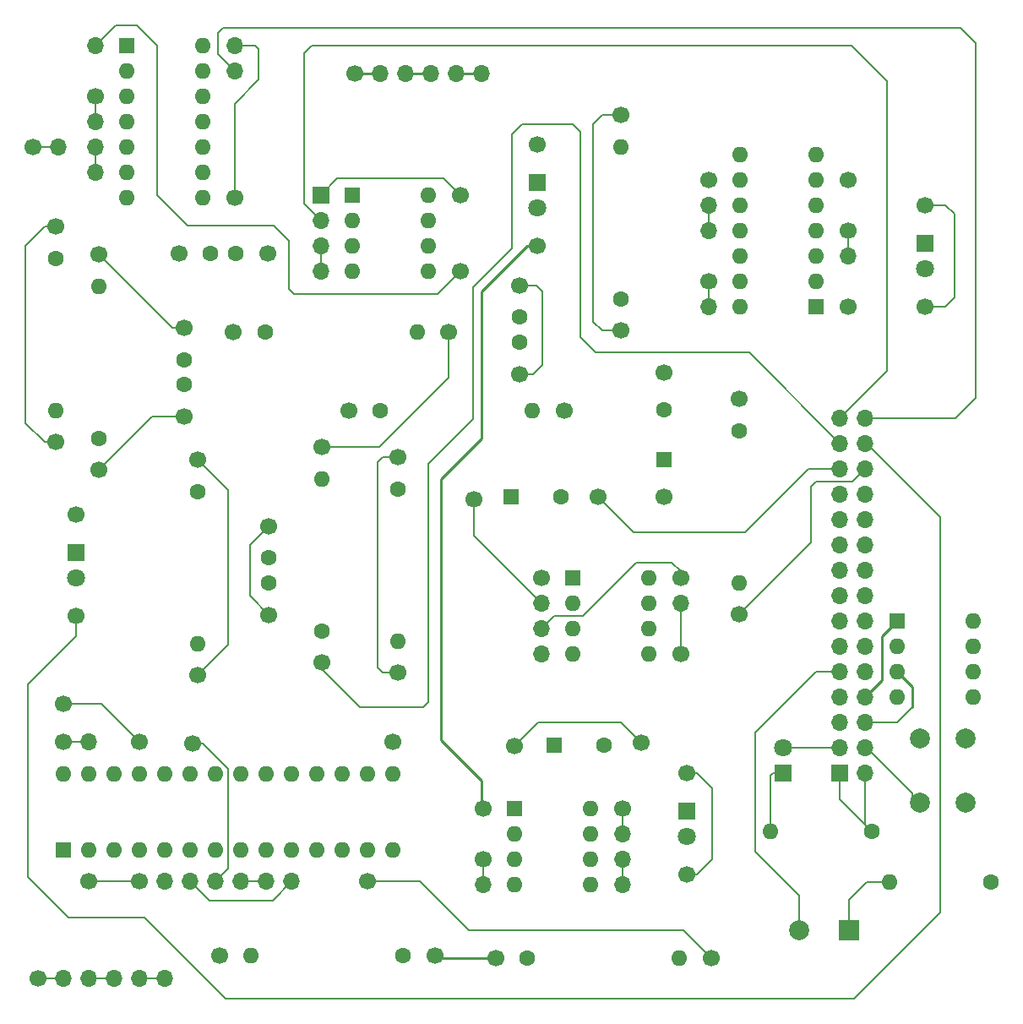
<source format=gbr>
%TF.GenerationSoftware,KiCad,Pcbnew,(6.0.5)*%
%TF.CreationDate,2022-06-23T14:56:38+02:00*%
%TF.ProjectId,advanced,61647661-6e63-4656-942e-6b696361645f,rev?*%
%TF.SameCoordinates,Original*%
%TF.FileFunction,Copper,L1,Top*%
%TF.FilePolarity,Positive*%
%FSLAX46Y46*%
G04 Gerber Fmt 4.6, Leading zero omitted, Abs format (unit mm)*
G04 Created by KiCad (PCBNEW (6.0.5)) date 2022-06-23 14:56:38*
%MOMM*%
%LPD*%
G01*
G04 APERTURE LIST*
%TA.AperFunction,ComponentPad*%
%ADD10R,1.600000X1.600000*%
%TD*%
%TA.AperFunction,ComponentPad*%
%ADD11C,1.600000*%
%TD*%
%TA.AperFunction,ComponentPad*%
%ADD12C,1.700000*%
%TD*%
%TA.AperFunction,ComponentPad*%
%ADD13O,1.700000X1.700000*%
%TD*%
%TA.AperFunction,ComponentPad*%
%ADD14O,1.600000X1.600000*%
%TD*%
%TA.AperFunction,ComponentPad*%
%ADD15C,2.000000*%
%TD*%
%TA.AperFunction,ComponentPad*%
%ADD16R,1.800000X1.800000*%
%TD*%
%TA.AperFunction,ComponentPad*%
%ADD17C,1.800000*%
%TD*%
%TA.AperFunction,ComponentPad*%
%ADD18R,1.700000X1.700000*%
%TD*%
%TA.AperFunction,ComponentPad*%
%ADD19R,2.000000X2.000000*%
%TD*%
%TA.AperFunction,Conductor*%
%ADD20C,0.200000*%
%TD*%
%TA.AperFunction,Conductor*%
%ADD21C,0.250000*%
%TD*%
G04 APERTURE END LIST*
D10*
%TO.P,C5,1*%
%TO.N,Net-(C5-Pad1)*%
X217053349Y-126746000D03*
D11*
%TO.P,C5,2*%
%TO.N,Net-(C5-Pad2)*%
X222053349Y-126746000D03*
%TD*%
D10*
%TO.P,C6,1*%
%TO.N,Net-(C6-Pad1)*%
X212735349Y-101854000D03*
D11*
%TO.P,C6,2*%
%TO.N,Net-(C6-Pad2)*%
X217735349Y-101854000D03*
%TD*%
D10*
%TO.P,C8,1*%
%TO.N,Net-(C8-Pad1)*%
X228092000Y-98160651D03*
D11*
%TO.P,C8,2*%
%TO.N,Net-(C8-Pad2)*%
X228092000Y-93160651D03*
%TD*%
D12*
%TO.P, ,1*%
%TO.N,N/C*%
X254254000Y-82799000D03*
%TD*%
%TO.P, ,1*%
%TO.N,N/C*%
X223774000Y-85217000D03*
%TD*%
%TO.P, ,1*%
%TO.N,N/C*%
X209931000Y-133096000D03*
%TD*%
%TO.P,REF\u002A\u002A,1*%
%TO.N,N/C*%
X165379000Y-150089000D03*
D13*
%TO.P,REF\u002A\u002A,2*%
X167919000Y-150089000D03*
%TO.P,REF\u002A\u002A,3*%
X170459000Y-150089000D03*
%TO.P,REF\u002A\u002A,4*%
X172999000Y-150089000D03*
%TO.P,REF\u002A\u002A,5*%
X175539000Y-150089000D03*
%TO.P,REF\u002A\u002A,6*%
X178079000Y-150089000D03*
%TD*%
D12*
%TO.P, ,1*%
%TO.N,N/C*%
X254254000Y-72639000D03*
%TD*%
%TO.P, ,1*%
%TO.N,N/C*%
X201422000Y-119507000D03*
%TD*%
D11*
%TO.P,R1,1*%
%TO.N,Net-(R1-Pad1)*%
X167132000Y-77978000D03*
D14*
%TO.P,R1,2*%
%TO.N,Net-(R1-Pad2)*%
X167132000Y-93218000D03*
%TD*%
D12*
%TO.P, ,1*%
%TO.N,N/C*%
X232791000Y-148082000D03*
%TD*%
%TO.P, ,1*%
%TO.N,N/C*%
X246507000Y-82804000D03*
%TD*%
%TO.P,REF\u002A\u002A,1*%
%TO.N,N/C*%
X197104000Y-59436000D03*
D13*
%TO.P,REF\u002A\u002A,2*%
X199644000Y-59436000D03*
%TO.P,REF\u002A\u002A,3*%
X202184000Y-59436000D03*
%TO.P,REF\u002A\u002A,4*%
X204724000Y-59436000D03*
%TO.P,REF\u002A\u002A,5*%
X207264000Y-59436000D03*
%TO.P,REF\u002A\u002A,6*%
X209804000Y-59436000D03*
%TD*%
D12*
%TO.P, ,1*%
%TO.N,N/C*%
X213614000Y-89555000D03*
%TD*%
%TO.P,REF\u002A\u002A,1*%
%TO.N,N/C*%
X175514000Y-140415500D03*
D13*
%TO.P,REF\u002A\u002A,2*%
X178054000Y-140415500D03*
%TO.P,REF\u002A\u002A,3*%
X180594000Y-140415500D03*
%TO.P,REF\u002A\u002A,4*%
X183134000Y-140415500D03*
%TO.P,REF\u002A\u002A,5*%
X185674000Y-140415500D03*
%TO.P,REF\u002A\u002A,6*%
X188214000Y-140415500D03*
%TO.P,REF\u002A\u002A,7*%
X190754000Y-140415500D03*
%TD*%
D10*
%TO.P,U3,1,~{RESET}/PB5*%
%TO.N,Net-(R9-Pad1)*%
X196860000Y-71638000D03*
D14*
%TO.P,U3,2,PB3*%
%TO.N,Net-(D2-Pad2)*%
X196860000Y-74178000D03*
%TO.P,U3,3,PB4*%
%TO.N,Net-(C2-Pad1)*%
X196860000Y-76718000D03*
%TO.P,U3,4,GND*%
%TO.N,Earth*%
X196860000Y-79258000D03*
%TO.P,U3,5,PB0*%
%TO.N,Net-(C4-Pad2)*%
X204480000Y-79258000D03*
%TO.P,U3,6,PB1*%
%TO.N,unconnected-(U3-Pad6)*%
X204480000Y-76718000D03*
%TO.P,U3,7,PB2*%
%TO.N,unconnected-(U3-Pad7)*%
X204480000Y-74178000D03*
%TO.P,U3,8,VCC*%
%TO.N,+5V*%
X204480000Y-71638000D03*
%TD*%
D11*
%TO.P,R9,1*%
%TO.N,Net-(R9-Pad1)*%
X201422000Y-101092000D03*
D14*
%TO.P,R9,2*%
%TO.N,Net-(C6-Pad1)*%
X201422000Y-116332000D03*
%TD*%
D12*
%TO.P,REF\u002A\u002A,1*%
%TO.N,N/C*%
X232537000Y-70104000D03*
D13*
%TO.P,REF\u002A\u002A,2*%
X232537000Y-72644000D03*
%TO.P,REF\u002A\u002A,3*%
X232537000Y-75184000D03*
%TD*%
D12*
%TO.P, ,1*%
%TO.N,N/C*%
X207645000Y-71628000D03*
%TD*%
%TO.P, ,1*%
%TO.N,N/C*%
X235585000Y-113665000D03*
%TD*%
%TO.P, ,1*%
%TO.N,N/C*%
X171450000Y-99187000D03*
%TD*%
%TO.P, ,1*%
%TO.N,N/C*%
X230378000Y-129540000D03*
%TD*%
%TO.P,REF\u002A\u002A,1*%
%TO.N,N/C*%
X209931000Y-138176000D03*
D13*
%TO.P,REF\u002A\u002A,2*%
X209931000Y-140716000D03*
%TD*%
D15*
%TO.P,RESET,1*%
%TO.N,N/C*%
X258282000Y-126036000D03*
X258282000Y-132536000D03*
%TO.P,RESET,2*%
X253782000Y-126036000D03*
X253782000Y-132536000D03*
%TD*%
D12*
%TO.P, ,1*%
%TO.N,N/C*%
X229743000Y-117602000D03*
%TD*%
D16*
%TO.P,LED,1*%
%TO.N,N/C*%
X240030000Y-129545000D03*
D17*
%TO.P,LED,2*%
X240030000Y-127005000D03*
%TD*%
D12*
%TO.P,REF\u002A\u002A,1*%
%TO.N,N/C*%
X215773000Y-109982000D03*
D13*
%TO.P,REF\u002A\u002A,2*%
X215773000Y-112522000D03*
%TO.P,REF\u002A\u002A,3*%
X215773000Y-115062000D03*
%TO.P,REF\u002A\u002A,4*%
X215773000Y-117602000D03*
%TD*%
D12*
%TO.P, ,1*%
%TO.N,N/C*%
X230378000Y-139700000D03*
%TD*%
%TO.P, ,1*%
%TO.N,N/C*%
X198374000Y-140415500D03*
%TD*%
D10*
%TO.P,U5,1,VCC*%
%TO.N,+5V*%
X243322000Y-82809000D03*
D14*
%TO.P,U5,2,XTAL1/PB0*%
%TO.N,unconnected-(U5-Pad2)*%
X243322000Y-80269000D03*
%TO.P,U5,3,XTAL2/PB1*%
%TO.N,Net-(R11-Pad1)*%
X243322000Y-77729000D03*
%TO.P,U5,4,~{RESET}/PB3*%
%TO.N,Net-(C8-Pad2)*%
X243322000Y-75189000D03*
%TO.P,U5,5,PB2*%
%TO.N,unconnected-(U5-Pad5)*%
X243322000Y-72649000D03*
%TO.P,U5,6,PA7*%
%TO.N,Net-(D4-Pad1)*%
X243322000Y-70109000D03*
%TO.P,U5,7,PA6*%
%TO.N,unconnected-(U5-Pad7)*%
X243322000Y-67569000D03*
%TO.P,U5,8,PA5*%
%TO.N,unconnected-(U5-Pad8)*%
X235702000Y-67569000D03*
%TO.P,U5,9,PA4*%
%TO.N,Net-(R10-Pad2)*%
X235702000Y-70109000D03*
%TO.P,U5,10,PA3*%
%TO.N,Net-(R10-Pad1)*%
X235702000Y-72649000D03*
%TO.P,U5,11,PA2*%
%TO.N,Net-(C4-Pad1)*%
X235702000Y-75189000D03*
%TO.P,U5,12,PA1*%
%TO.N,unconnected-(U5-Pad12)*%
X235702000Y-77729000D03*
%TO.P,U5,13,AREF/PA0*%
%TO.N,Net-(D2-Pad1)*%
X235702000Y-80269000D03*
%TO.P,U5,14,GND*%
%TO.N,Earth*%
X235702000Y-82809000D03*
%TD*%
D11*
%TO.P,R3,1*%
%TO.N,Net-(R3-Pad1)*%
X201930000Y-147828000D03*
D14*
%TO.P,R3,2*%
%TO.N,Net-(D1-Pad2)*%
X186690000Y-147828000D03*
%TD*%
D12*
%TO.P, ,1*%
%TO.N,N/C*%
X185039000Y-71882000D03*
%TD*%
%TO.P, ,1*%
%TO.N,N/C*%
X200914000Y-126445500D03*
%TD*%
D11*
%TO.P,R7,1*%
%TO.N,Net-(R5-Pad2)*%
X199644000Y-93218000D03*
D14*
%TO.P,R7,2*%
%TO.N,Net-(R7-Pad2)*%
X214884000Y-93218000D03*
%TD*%
D18*
%TO.P,REF\u002A\u002A,1*%
%TO.N,N/C*%
X193675000Y-71628000D03*
D13*
%TO.P,REF\u002A\u002A,2*%
X193675000Y-74168000D03*
%TO.P,REF\u002A\u002A,3*%
X193675000Y-76708000D03*
%TO.P,REF\u002A\u002A,4*%
X193675000Y-79248000D03*
%TD*%
D12*
%TO.P, ,1*%
%TO.N,N/C*%
X228092000Y-101854000D03*
%TD*%
D10*
%TO.P,U2,1,~{RESET}*%
%TO.N,unconnected-(U2-Pad1)*%
X167904000Y-137230500D03*
D14*
%TO.P,U2,2,PD0*%
%TO.N,Net-(C2-Pad2)*%
X170444000Y-137230500D03*
%TO.P,U2,3,PD1*%
%TO.N,unconnected-(U2-Pad3)*%
X172984000Y-137230500D03*
%TO.P,U2,4,PD2*%
%TO.N,Net-(R6-Pad2)*%
X175524000Y-137230500D03*
%TO.P,U2,5,PD3*%
%TO.N,Net-(C3-Pad2)*%
X178064000Y-137230500D03*
%TO.P,U2,6,PD4*%
%TO.N,Net-(D4-Pad2)*%
X180604000Y-137230500D03*
%TO.P,U2,7,VCC*%
%TO.N,+5V*%
X183144000Y-137230500D03*
%TO.P,U2,8,GND*%
%TO.N,Earth*%
X185684000Y-137230500D03*
%TO.P,U2,9,XTAL1*%
%TO.N,Net-(D1-Pad1)*%
X188224000Y-137230500D03*
%TO.P,U2,10,XTAL2*%
%TO.N,Net-(R3-Pad1)*%
X190764000Y-137230500D03*
%TO.P,U2,11,PD5*%
%TO.N,unconnected-(U2-Pad11)*%
X193304000Y-137230500D03*
%TO.P,U2,12,PD6*%
%TO.N,unconnected-(U2-Pad12)*%
X195844000Y-137230500D03*
%TO.P,U2,13,PD7*%
%TO.N,Net-(R8-Pad1)*%
X198384000Y-137230500D03*
%TO.P,U2,14,PB0*%
%TO.N,unconnected-(U2-Pad14)*%
X200924000Y-137230500D03*
%TO.P,U2,15,PB1*%
%TO.N,Net-(R4-Pad2)*%
X200924000Y-129610500D03*
%TO.P,U2,16,PB2*%
%TO.N,unconnected-(U2-Pad16)*%
X198384000Y-129610500D03*
%TO.P,U2,17,PB3*%
%TO.N,unconnected-(U2-Pad17)*%
X195844000Y-129610500D03*
%TO.P,U2,18,PB4*%
%TO.N,unconnected-(U2-Pad18)*%
X193304000Y-129610500D03*
%TO.P,U2,19,PB5*%
%TO.N,unconnected-(U2-Pad19)*%
X190764000Y-129610500D03*
%TO.P,U2,20,VCC*%
%TO.N,+5V*%
X188224000Y-129610500D03*
%TO.P,U2,21,NC*%
%TO.N,unconnected-(U2-Pad21)*%
X185684000Y-129610500D03*
%TO.P,U2,22,GND*%
%TO.N,Earth*%
X183144000Y-129610500D03*
%TO.P,U2,23,PB6*%
%TO.N,Net-(C1-Pad2)*%
X180604000Y-129610500D03*
%TO.P,U2,24,PB7*%
%TO.N,unconnected-(U2-Pad24)*%
X178064000Y-129610500D03*
%TO.P,U2,25,PA2*%
%TO.N,Net-(R2-Pad1)*%
X175524000Y-129610500D03*
%TO.P,U2,26,PA3*%
%TO.N,unconnected-(U2-Pad26)*%
X172984000Y-129610500D03*
%TO.P,U2,27,PA1*%
%TO.N,Net-(R1-Pad2)*%
X170444000Y-129610500D03*
%TO.P,U2,28,PA0*%
%TO.N,Net-(D1-Pad1)*%
X167904000Y-129610500D03*
%TD*%
D12*
%TO.P, ,1*%
%TO.N,N/C*%
X167132000Y-74803000D03*
%TD*%
D16*
%TO.P,D3,1,K*%
%TO.N,Net-(D3-Pad1)*%
X230378000Y-133350000D03*
D17*
%TO.P,D3,2,A*%
%TO.N,Net-(D3-Pad2)*%
X230378000Y-135890000D03*
%TD*%
D12*
%TO.P, ,1*%
%TO.N,N/C*%
X184912000Y-85344000D03*
%TD*%
%TO.P, ,1*%
%TO.N,N/C*%
X201422000Y-97917000D03*
%TD*%
%TO.P, ,1*%
%TO.N,N/C*%
X218059000Y-93218000D03*
%TD*%
%TO.P,REF\u002A\u002A,1*%
%TO.N,N/C*%
X232562000Y-80284000D03*
D13*
%TO.P,REF\u002A\u002A,2*%
X232562000Y-82824000D03*
%TD*%
D12*
%TO.P, ,1*%
%TO.N,N/C*%
X221488000Y-101854000D03*
%TD*%
%TO.P, ,1*%
%TO.N,N/C*%
X175514000Y-126445500D03*
%TD*%
D13*
%TO.P,REF\u002A\u002A,2*%
%TO.N,N/C*%
X171069000Y-64262000D03*
%TO.P,REF\u002A\u002A,3*%
X171069000Y-66802000D03*
%TO.P,REF\u002A\u002A,4*%
X171069000Y-69342000D03*
D12*
%TO.P,REF\u002A\u002A,``*%
X171069000Y-61722000D03*
%TD*%
%TO.P, ,1*%
%TO.N,N/C*%
X179959000Y-84963000D03*
%TD*%
%TO.P, ,1*%
%TO.N,N/C*%
X188341000Y-77470000D03*
%TD*%
%TO.P, ,1*%
%TO.N,N/C*%
X207645000Y-79248000D03*
%TD*%
D11*
%TO.P,R4,1*%
%TO.N,Net-(C1-Pad1)*%
X193802000Y-115316000D03*
D14*
%TO.P,R4,2*%
%TO.N,Net-(R4-Pad2)*%
X193802000Y-100076000D03*
%TD*%
D12*
%TO.P, ,1*%
%TO.N,N/C*%
X171450000Y-77597000D03*
%TD*%
%TO.P,REF\u002A\u002A,1*%
%TO.N,N/C*%
X223901000Y-133096000D03*
D13*
%TO.P,REF\u002A\u002A,2*%
X223901000Y-135636000D03*
%TO.P,REF\u002A\u002A,3*%
X223901000Y-138176000D03*
%TO.P,REF\u002A\u002A,4*%
X223901000Y-140716000D03*
%TD*%
D11*
%TO.P,C1,1*%
%TO.N,Net-(C1-Pad1)*%
X179959000Y-88138000D03*
%TO.P,C1,2*%
%TO.N,Net-(C1-Pad2)*%
X179959000Y-90638000D03*
%TD*%
D12*
%TO.P, ,1*%
%TO.N,N/C*%
X167132000Y-96393000D03*
%TD*%
D11*
%TO.P,C2,1*%
%TO.N,Net-(C2-Pad1)*%
X188468000Y-107970000D03*
%TO.P,C2,2*%
%TO.N,Net-(C2-Pad2)*%
X188468000Y-110470000D03*
%TD*%
%TO.P,C4,1*%
%TO.N,Net-(C4-Pad1)*%
X213614000Y-83840000D03*
%TO.P,C4,2*%
%TO.N,Net-(C4-Pad2)*%
X213614000Y-86340000D03*
%TD*%
D12*
%TO.P, ,1*%
%TO.N,N/C*%
X246507000Y-70104000D03*
%TD*%
%TO.P, ,1*%
%TO.N,N/C*%
X215392000Y-76708000D03*
%TD*%
%TO.P, ,1*%
%TO.N,N/C*%
X225806000Y-126492000D03*
%TD*%
%TO.P, ,1*%
%TO.N,N/C*%
X228092000Y-89408000D03*
%TD*%
%TO.P, ,1*%
%TO.N,N/C*%
X193802000Y-96901000D03*
%TD*%
%TO.P, ,1*%
%TO.N,N/C*%
X211201000Y-148082000D03*
%TD*%
%TO.P, ,1*%
%TO.N,N/C*%
X223774000Y-63627000D03*
%TD*%
D11*
%TO.P,R (LED),1*%
%TO.N,N/C*%
X248920000Y-135382000D03*
D14*
%TO.P,R (LED),2*%
X238760000Y-135382000D03*
%TD*%
D12*
%TO.P, ,1*%
%TO.N,N/C*%
X193802000Y-118491000D03*
%TD*%
%TO.P, ,1*%
%TO.N,N/C*%
X188468000Y-104795000D03*
%TD*%
%TO.P, ,1*%
%TO.N,N/C*%
X206502000Y-85344000D03*
%TD*%
D16*
%TO.P,D4,1,K*%
%TO.N,Net-(D4-Pad1)*%
X254254000Y-76449000D03*
D17*
%TO.P,D4,2,A*%
%TO.N,Net-(D4-Pad2)*%
X254254000Y-78989000D03*
%TD*%
D12*
%TO.P, ,1*%
%TO.N,N/C*%
X213106000Y-126861500D03*
%TD*%
%TO.P, ,1*%
%TO.N,N/C*%
X196469000Y-93218000D03*
%TD*%
D10*
%TO.P,REF\u002A\u002A,1*%
%TO.N,N/C*%
X251470000Y-114300000D03*
D14*
%TO.P,REF\u002A\u002A,2*%
X251470000Y-116840000D03*
%TO.P,REF\u002A\u002A,3*%
X251470000Y-119380000D03*
%TO.P,REF\u002A\u002A,4*%
X251470000Y-121920000D03*
%TO.P,REF\u002A\u002A,5*%
X259090000Y-121920000D03*
%TO.P,REF\u002A\u002A,6*%
X259090000Y-119380000D03*
%TO.P,REF\u002A\u002A,7*%
X259090000Y-116840000D03*
%TO.P,REF\u002A\u002A,8*%
X259090000Y-114300000D03*
%TD*%
D16*
%TO.P,D2,1,K*%
%TO.N,Net-(D2-Pad1)*%
X215392000Y-70358000D03*
D17*
%TO.P,D2,2,A*%
%TO.N,Net-(D2-Pad2)*%
X215392000Y-72898000D03*
%TD*%
D11*
%TO.P,R11,1*%
%TO.N,Net-(R11-Pad1)*%
X235585000Y-95250000D03*
D14*
%TO.P,R11,2*%
%TO.N,Net-(R11-Pad2)*%
X235585000Y-110490000D03*
%TD*%
D12*
%TO.P, ,1*%
%TO.N,N/C*%
X170434000Y-140415500D03*
%TD*%
%TO.P,REF\u002A\u002A,1*%
%TO.N,N/C*%
X167914000Y-126420500D03*
D13*
%TO.P,REF\u002A\u002A,2*%
X170454000Y-126420500D03*
%TD*%
D12*
%TO.P, ,1*%
%TO.N,N/C*%
X205105000Y-147828000D03*
%TD*%
D10*
%TO.P,U6,1,~{RESET}/PB5*%
%TO.N,Net-(C6-Pad2)*%
X218958000Y-109992000D03*
D14*
%TO.P,U6,2,XTAL1/PB3*%
%TO.N,Net-(C8-Pad1)*%
X218958000Y-112532000D03*
%TO.P,U6,3,XTAL2/PB4*%
%TO.N,Net-(U4-Pad1)*%
X218958000Y-115072000D03*
%TO.P,U6,4,GND*%
%TO.N,Earth*%
X218958000Y-117612000D03*
%TO.P,U6,5,AREF/PB0*%
%TO.N,Net-(R11-Pad2)*%
X226578000Y-117612000D03*
%TO.P,U6,6,PB1*%
%TO.N,unconnected-(U6-Pad6)*%
X226578000Y-115072000D03*
%TO.P,U6,7,PB2*%
%TO.N,Net-(C5-Pad2)*%
X226578000Y-112532000D03*
%TO.P,U6,8,VCC*%
%TO.N,+5V*%
X226578000Y-109992000D03*
%TD*%
D12*
%TO.P, ,1*%
%TO.N,N/C*%
X183515000Y-147828000D03*
%TD*%
D11*
%TO.P,C3,1*%
%TO.N,Net-(C3-Pad1)*%
X185146000Y-77470000D03*
%TO.P,C3,2*%
%TO.N,Net-(C3-Pad2)*%
X182646000Y-77470000D03*
%TD*%
D12*
%TO.P, ,1*%
%TO.N,N/C*%
X188468000Y-113685000D03*
%TD*%
D13*
%TO.P,REF\u002A\u002A,1*%
%TO.N,N/C*%
X185039000Y-56642000D03*
%TO.P,REF\u002A\u002A,2*%
X185039000Y-59182000D03*
%TD*%
D12*
%TO.P, ,1*%
%TO.N,N/C*%
X169164000Y-103627000D03*
%TD*%
%TO.P, ,1*%
%TO.N,N/C*%
X167894000Y-122635500D03*
%TD*%
%TO.P, ,1*%
%TO.N,N/C*%
X235585000Y-92075000D03*
%TD*%
%TO.P,REF\u002A\u002A,1*%
%TO.N,N/C*%
X229743000Y-109982000D03*
D13*
%TO.P,REF\u002A\u002A,2*%
X229743000Y-112522000D03*
%TD*%
D12*
%TO.P, ,1*%
%TO.N,N/C*%
X179959000Y-93853000D03*
%TD*%
%TO.P, ,1*%
%TO.N,N/C*%
X181356000Y-98171000D03*
%TD*%
%TO.P, ,1*%
%TO.N,N/C*%
X209042000Y-102108000D03*
%TD*%
D11*
%TO.P,R2,1*%
%TO.N,Net-(R2-Pad1)*%
X171450000Y-96012000D03*
D14*
%TO.P,R2,2*%
%TO.N,Net-(C1-Pad1)*%
X171450000Y-80772000D03*
%TD*%
D12*
%TO.P,REF\u002A\u002A,1*%
%TO.N,N/C*%
X164846000Y-66777000D03*
D13*
%TO.P,REF\u002A\u002A,2*%
X167386000Y-66777000D03*
%TD*%
D12*
%TO.P, ,1*%
%TO.N,N/C*%
X179451000Y-77470000D03*
%TD*%
D11*
%TO.P,R6,1*%
%TO.N,Net-(R6-Pad1)*%
X181356000Y-101346000D03*
D14*
%TO.P,R6,2*%
%TO.N,Net-(R6-Pad2)*%
X181356000Y-116586000D03*
%TD*%
D19*
%TO.P,PIEZO,1*%
%TO.N,N/C*%
X246634000Y-145288000D03*
D15*
%TO.P,PIEZO,2*%
X241634000Y-145288000D03*
%TD*%
D12*
%TO.P, ,1*%
%TO.N,N/C*%
X180848000Y-126572500D03*
%TD*%
D11*
%TO.P,R5,1*%
%TO.N,Net-(R5-Pad1)*%
X188087000Y-85344000D03*
D14*
%TO.P,R5,2*%
%TO.N,Net-(R5-Pad2)*%
X203327000Y-85344000D03*
%TD*%
D10*
%TO.P,U4,1,~{RESET}/PB5*%
%TO.N,Net-(U4-Pad1)*%
X213116000Y-133106000D03*
D14*
%TO.P,U4,2,XTAL1/PB3*%
%TO.N,unconnected-(U4-Pad2)*%
X213116000Y-135646000D03*
%TO.P,U4,3,XTAL2/PB4*%
%TO.N,Net-(C5-Pad1)*%
X213116000Y-138186000D03*
%TO.P,U4,4,GND*%
%TO.N,Earth*%
X213116000Y-140726000D03*
%TO.P,U4,5,AREF/PB0*%
%TO.N,Net-(R7-Pad2)*%
X220736000Y-140726000D03*
%TO.P,U4,6,PB1*%
%TO.N,Net-(D3-Pad2)*%
X220736000Y-138186000D03*
%TO.P,U4,7,PB2*%
%TO.N,Net-(R8-Pad2)*%
X220736000Y-135646000D03*
%TO.P,U4,8,VCC*%
%TO.N,+5V*%
X220736000Y-133106000D03*
%TD*%
D12*
%TO.P, ,1*%
%TO.N,N/C*%
X215392000Y-66548000D03*
%TD*%
D11*
%TO.P,R (PIEZO),1*%
%TO.N,N/C*%
X260858000Y-140462000D03*
D14*
%TO.P,R (PIEZO),2*%
X250698000Y-140462000D03*
%TD*%
D16*
%TO.P,D1,1,K*%
%TO.N,Net-(D1-Pad1)*%
X169164000Y-107437000D03*
D17*
%TO.P,D1,2,A*%
%TO.N,Net-(D1-Pad2)*%
X169164000Y-109977000D03*
%TD*%
D11*
%TO.P,R10,1*%
%TO.N,Net-(R10-Pad1)*%
X223774000Y-82042000D03*
D14*
%TO.P,R10,2*%
%TO.N,Net-(R10-Pad2)*%
X223774000Y-66802000D03*
%TD*%
D12*
%TO.P, ,1*%
%TO.N,N/C*%
X169164000Y-113787000D03*
%TD*%
%TO.P,REF\u002A\u002A,1*%
%TO.N,N/C*%
X246507000Y-75204000D03*
D13*
%TO.P,REF\u002A\u002A,2*%
X246507000Y-77744000D03*
%TD*%
D12*
%TO.P, ,1*%
%TO.N,N/C*%
X213614000Y-80665000D03*
%TD*%
D11*
%TO.P,R8,1*%
%TO.N,Net-(R8-Pad1)*%
X214376000Y-148082000D03*
D14*
%TO.P,R8,2*%
%TO.N,Net-(R8-Pad2)*%
X229616000Y-148082000D03*
%TD*%
D12*
%TO.P, ,1*%
%TO.N,N/C*%
X181356000Y-119761000D03*
%TD*%
D10*
%TO.P,U1,1,VCC*%
%TO.N,+5V*%
X174254000Y-56637000D03*
D14*
%TO.P,U1,2,XTAL1/PB0*%
%TO.N,unconnected-(U1-Pad2)*%
X174254000Y-59177000D03*
%TO.P,U1,3,XTAL2/PB1*%
%TO.N,Net-(R6-Pad1)*%
X174254000Y-61717000D03*
%TO.P,U1,4,~{RESET}/PB3*%
%TO.N,Net-(R1-Pad1)*%
X174254000Y-64257000D03*
%TO.P,U1,5,PB2*%
%TO.N,Net-(C1-Pad1)*%
X174254000Y-66797000D03*
%TO.P,U1,6,PA7*%
%TO.N,Net-(R5-Pad1)*%
X174254000Y-69337000D03*
%TO.P,U1,7,PA6*%
%TO.N,unconnected-(U1-Pad7)*%
X174254000Y-71877000D03*
%TO.P,U1,8,PA5*%
%TO.N,Net-(D3-Pad1)*%
X181874000Y-71877000D03*
%TO.P,U1,9,PA4*%
%TO.N,unconnected-(U1-Pad9)*%
X181874000Y-69337000D03*
%TO.P,U1,10,PA3*%
%TO.N,unconnected-(U1-Pad10)*%
X181874000Y-66797000D03*
%TO.P,U1,11,PA2*%
%TO.N,unconnected-(U1-Pad11)*%
X181874000Y-64257000D03*
%TO.P,U1,12,PA1*%
%TO.N,unconnected-(U1-Pad12)*%
X181874000Y-61717000D03*
%TO.P,U1,13,AREF/PA0*%
%TO.N,Net-(C3-Pad1)*%
X181874000Y-59177000D03*
%TO.P,U1,14,GND*%
%TO.N,Earth*%
X181874000Y-56637000D03*
%TD*%
D13*
%TO.P, ,1*%
%TO.N,N/C*%
X171069000Y-56642000D03*
%TD*%
D18*
%TO.P,REF\u002A\u002A,1*%
%TO.N,N/C*%
X245740000Y-129540000D03*
D13*
%TO.P,REF\u002A\u002A,2*%
X248280000Y-129540000D03*
%TO.P,REF\u002A\u002A,3*%
X245740000Y-127000000D03*
%TO.P,REF\u002A\u002A,4*%
X248280000Y-127000000D03*
%TO.P,REF\u002A\u002A,5*%
X245740000Y-124460000D03*
%TO.P,REF\u002A\u002A,6*%
X248280000Y-124460000D03*
%TO.P,REF\u002A\u002A,7*%
X245740000Y-121920000D03*
%TO.P,REF\u002A\u002A,8*%
X248280000Y-121920000D03*
%TO.P,REF\u002A\u002A,9*%
X245740000Y-119380000D03*
%TO.P,REF\u002A\u002A,10*%
X248280000Y-119380000D03*
%TO.P,REF\u002A\u002A,11*%
X245740000Y-116840000D03*
%TO.P,REF\u002A\u002A,12*%
X248280000Y-116840000D03*
%TO.P,REF\u002A\u002A,13*%
X245740000Y-114300000D03*
%TO.P,REF\u002A\u002A,14*%
X248280000Y-114300000D03*
%TO.P,REF\u002A\u002A,15*%
X245740000Y-111760000D03*
%TO.P,REF\u002A\u002A,16*%
X248280000Y-111760000D03*
%TO.P,REF\u002A\u002A,17*%
X245740000Y-109220000D03*
%TO.P,REF\u002A\u002A,18*%
X248280000Y-109220000D03*
%TO.P,REF\u002A\u002A,19*%
X245740000Y-106680000D03*
%TO.P,REF\u002A\u002A,20*%
X248280000Y-106680000D03*
%TO.P,REF\u002A\u002A,21*%
X245740000Y-104140000D03*
%TO.P,REF\u002A\u002A,22*%
X248280000Y-104140000D03*
%TO.P,REF\u002A\u002A,23*%
X245740000Y-101600000D03*
%TO.P,REF\u002A\u002A,24*%
X248280000Y-101600000D03*
%TO.P,REF\u002A\u002A,25*%
X245740000Y-99060000D03*
%TO.P,REF\u002A\u002A,26*%
X248280000Y-99060000D03*
%TO.P,REF\u002A\u002A,27*%
X245740000Y-96520000D03*
%TO.P,REF\u002A\u002A,28*%
X248280000Y-96520000D03*
%TO.P,REF\u002A\u002A,29*%
X245740000Y-93980000D03*
%TO.P,REF\u002A\u002A,30*%
X248280000Y-93980000D03*
%TD*%
D20*
%TO.N,*%
X223774000Y-124460000D02*
X225806000Y-126492000D01*
X215507500Y-124460000D02*
X223774000Y-124460000D01*
X213106000Y-126861500D02*
X215507500Y-124460000D01*
X236220000Y-105410000D02*
X225044000Y-105410000D01*
X225044000Y-105410000D02*
X221488000Y-101854000D01*
X242575000Y-99055000D02*
X236220000Y-105410000D01*
X245740000Y-99055000D02*
X242575000Y-99055000D01*
X209042000Y-105791000D02*
X209042000Y-102108000D01*
X215773000Y-112522000D02*
X209042000Y-105791000D01*
D21*
X209804000Y-130302000D02*
X209804000Y-132969000D01*
X205740000Y-100076000D02*
X205740000Y-126238000D01*
X209804000Y-132969000D02*
X209931000Y-133096000D01*
X209804000Y-96012000D02*
X205740000Y-100076000D01*
X214376000Y-76708000D02*
X209804000Y-81280000D01*
X209804000Y-81280000D02*
X209804000Y-96012000D01*
X205740000Y-126238000D02*
X209804000Y-130302000D01*
X215392000Y-76708000D02*
X214376000Y-76708000D01*
D20*
X236601000Y-87376000D02*
X245740000Y-96515000D01*
X219710000Y-85852000D02*
X221234000Y-87376000D01*
X219710000Y-65278000D02*
X219710000Y-85852000D01*
X218948000Y-64516000D02*
X219710000Y-65278000D01*
X213868000Y-64516000D02*
X218948000Y-64516000D01*
X212852000Y-65532000D02*
X213868000Y-64516000D01*
X221234000Y-87376000D02*
X236601000Y-87376000D01*
X212852000Y-76962000D02*
X212852000Y-65532000D01*
X204470000Y-122428000D02*
X204470000Y-98552000D01*
X203962000Y-122936000D02*
X204470000Y-122428000D01*
X197612000Y-122936000D02*
X203962000Y-122936000D01*
X204470000Y-98552000D02*
X208915000Y-94107000D01*
X208915000Y-80899000D02*
X212852000Y-76962000D01*
X193802000Y-119126000D02*
X197612000Y-122936000D01*
X193802000Y-118491000D02*
X193802000Y-119126000D01*
X208915000Y-94107000D02*
X208915000Y-80899000D01*
X179959000Y-84963000D02*
X178816000Y-84963000D01*
X172999000Y-150089000D02*
X170459000Y-150089000D01*
X188468000Y-104795000D02*
X186563000Y-106700000D01*
X184150000Y-152146000D02*
X247142000Y-152146000D01*
X164084000Y-94488000D02*
X165989000Y-96393000D01*
X245740000Y-130424000D02*
X245740000Y-132202000D01*
X165989000Y-74803000D02*
X167259000Y-74803000D01*
X250698000Y-140462000D02*
X248412000Y-140462000D01*
X257175000Y-73533000D02*
X257175000Y-81915000D01*
X183388000Y-57531000D02*
X183388000Y-55372000D01*
X176022000Y-144018000D02*
X184150000Y-152146000D01*
X253020000Y-131608000D02*
X248407000Y-126995000D01*
X164338000Y-120650000D02*
X164338000Y-139954000D01*
X250444000Y-60198000D02*
X246888000Y-56642000D01*
X199898000Y-97917000D02*
X201422000Y-97917000D01*
X185039000Y-56642000D02*
X187071000Y-56642000D01*
X181898000Y-126572500D02*
X184404000Y-129078500D01*
X238760000Y-129794000D02*
X239014000Y-129540000D01*
X177292000Y-56642000D02*
X177292000Y-71628000D01*
X203661500Y-140415500D02*
X208534000Y-145288000D01*
X199517000Y-96901000D02*
X206502000Y-89916000D01*
X171704000Y-122635500D02*
X175514000Y-126445500D01*
X248280000Y-134742000D02*
X248920000Y-135382000D01*
X170454000Y-126420500D02*
X167914000Y-126420500D01*
X214991000Y-89555000D02*
X213614000Y-89555000D01*
D21*
X252984000Y-122936000D02*
X252984000Y-120894000D01*
D20*
X188849000Y-142320500D02*
X190754000Y-140415500D01*
X191008000Y-81534000D02*
X205359000Y-81534000D01*
X248280000Y-124460000D02*
X251460000Y-124460000D01*
X246634000Y-142240000D02*
X246634000Y-145288000D01*
X248407000Y-96515000D02*
X248280000Y-96515000D01*
X186563000Y-106700000D02*
X186563000Y-111780000D01*
X187071000Y-56642000D02*
X187452000Y-57023000D01*
X168168000Y-66777000D02*
X165628000Y-66777000D01*
X245740000Y-132202000D02*
X248920000Y-135382000D01*
X199390000Y-118999000D02*
X199390000Y-98425000D01*
X247005000Y-100330000D02*
X248280000Y-99055000D01*
X239014000Y-129540000D02*
X240025000Y-129540000D01*
X219964000Y-113792000D02*
X225298000Y-108458000D01*
X180594000Y-140415500D02*
X182499000Y-142320500D01*
X228854000Y-108458000D02*
X229743000Y-109347000D01*
X164084000Y-76708000D02*
X164084000Y-94488000D01*
X245740000Y-93975000D02*
X250444000Y-89271000D01*
X215773000Y-115062000D02*
X217043000Y-113792000D01*
X248412000Y-140462000D02*
X246634000Y-142240000D01*
X248280000Y-129535000D02*
X248280000Y-134742000D01*
X185039000Y-62484000D02*
X185039000Y-71882000D01*
X165379000Y-150089000D02*
X167919000Y-150089000D01*
D21*
X249936000Y-120259000D02*
X248280000Y-121915000D01*
D20*
X232562000Y-80284000D02*
X232562000Y-82824000D01*
X232918000Y-131069000D02*
X232918000Y-138181000D01*
X190500000Y-76200000D02*
X190500000Y-81026000D01*
X229743000Y-112522000D02*
X229743000Y-117602000D01*
D21*
X249936000Y-115824000D02*
X249936000Y-120259000D01*
D20*
X245735000Y-127000000D02*
X245740000Y-126995000D01*
X243332000Y-100330000D02*
X247005000Y-100330000D01*
X237236000Y-125476000D02*
X243337000Y-119375000D01*
X240030000Y-127005000D02*
X245735000Y-127005000D01*
X198374000Y-140415500D02*
X203661500Y-140415500D01*
X255778000Y-103886000D02*
X248407000Y-96515000D01*
D21*
X211201000Y-148082000D02*
X205359000Y-148082000D01*
D20*
X230378000Y-129540000D02*
X231389000Y-129540000D01*
X187452000Y-60071000D02*
X185039000Y-62484000D01*
X256281000Y-72639000D02*
X257175000Y-73533000D01*
X167894000Y-122635500D02*
X171704000Y-122635500D01*
X241634000Y-141812000D02*
X237236000Y-137414000D01*
X176784000Y-93853000D02*
X171450000Y-99187000D01*
X225298000Y-108458000D02*
X228854000Y-108458000D01*
X253020000Y-132282000D02*
X253020000Y-131608000D01*
X192278000Y-57150000D02*
X192786000Y-56642000D01*
D21*
X205359000Y-148082000D02*
X205105000Y-147828000D01*
D20*
X183896000Y-54864000D02*
X257810000Y-54864000D01*
X235585000Y-113665000D02*
X242824000Y-106426000D01*
X192024000Y-72517000D02*
X192024000Y-57404000D01*
X231399000Y-139700000D02*
X230378000Y-139700000D01*
X195326000Y-69977000D02*
X193675000Y-71628000D01*
X251460000Y-124460000D02*
X252984000Y-122936000D01*
X229743000Y-109347000D02*
X229743000Y-109982000D01*
X243332000Y-100330000D02*
X242824000Y-100838000D01*
X257175000Y-81915000D02*
X256291000Y-82799000D01*
X243337000Y-119375000D02*
X245740000Y-119375000D01*
X223774000Y-63627000D02*
X221869000Y-63627000D01*
X168402000Y-144018000D02*
X176022000Y-144018000D01*
X206502000Y-89916000D02*
X206502000Y-85344000D01*
X171069000Y-69342000D02*
X171069000Y-66802000D01*
X217043000Y-113792000D02*
X219964000Y-113792000D01*
X247142000Y-152146000D02*
X255778000Y-143510000D01*
X232537000Y-75184000D02*
X232537000Y-72644000D01*
X187452000Y-57023000D02*
X187452000Y-60071000D01*
X223901000Y-140716000D02*
X223901000Y-138176000D01*
X199390000Y-98425000D02*
X199898000Y-97917000D01*
X190500000Y-81026000D02*
X191008000Y-81534000D01*
X259334000Y-56388000D02*
X259334000Y-91948000D01*
X250444000Y-89271000D02*
X250444000Y-60198000D01*
X193675000Y-79248000D02*
X193675000Y-76708000D01*
X184404000Y-116713000D02*
X181356000Y-119761000D01*
X246507000Y-75204000D02*
X246507000Y-77744000D01*
X255778000Y-143510000D02*
X255778000Y-103886000D01*
X177292000Y-71628000D02*
X180340000Y-74676000D01*
X175539000Y-150089000D02*
X178079000Y-150089000D01*
D21*
X204724000Y-59436000D02*
X202184000Y-59436000D01*
D20*
X175260000Y-54610000D02*
X177292000Y-56642000D01*
X170434000Y-140415500D02*
X175514000Y-140415500D01*
X248407000Y-126995000D02*
X248280000Y-126995000D01*
X179959000Y-93853000D02*
X176784000Y-93853000D01*
X199898000Y-119507000D02*
X199390000Y-118999000D01*
X184404000Y-129078500D02*
X184404000Y-139145500D01*
X169164000Y-115824000D02*
X164338000Y-120650000D01*
X164338000Y-139954000D02*
X168402000Y-144018000D01*
X208534000Y-145288000D02*
X229997000Y-145288000D01*
X240025000Y-129540000D02*
X240030000Y-129545000D01*
X231389000Y-129540000D02*
X232918000Y-131069000D01*
X205359000Y-81534000D02*
X207645000Y-79248000D01*
X201422000Y-119507000D02*
X199898000Y-119507000D01*
X180848000Y-126572500D02*
X181898000Y-126572500D01*
X193675000Y-74168000D02*
X192024000Y-72517000D01*
X207645000Y-71628000D02*
X205994000Y-69977000D01*
X242824000Y-106426000D02*
X242824000Y-100838000D01*
X220980000Y-64516000D02*
X220980000Y-84328000D01*
D21*
X199644000Y-59436000D02*
X197104000Y-59436000D01*
D20*
X223901000Y-135636000D02*
X223901000Y-133096000D01*
X229997000Y-145288000D02*
X232791000Y-148082000D01*
D21*
X252984000Y-120894000D02*
X251470000Y-119380000D01*
D20*
X209931000Y-138176000D02*
X209931000Y-140716000D01*
X257307000Y-93975000D02*
X248280000Y-93975000D01*
X182499000Y-142320500D02*
X188849000Y-142320500D01*
X178816000Y-84963000D02*
X171450000Y-77597000D01*
X205994000Y-69977000D02*
X195326000Y-69977000D01*
X257810000Y-54864000D02*
X259334000Y-56388000D01*
D21*
X251460000Y-114300000D02*
X249936000Y-115824000D01*
D20*
X186563000Y-111780000D02*
X188468000Y-113685000D01*
X221869000Y-85217000D02*
X223774000Y-85217000D01*
X169164000Y-113787000D02*
X169164000Y-115824000D01*
X184404000Y-101219000D02*
X184404000Y-116713000D01*
X213614000Y-80665000D02*
X215285000Y-80665000D01*
X171069000Y-61722000D02*
X171069000Y-64262000D01*
X193802000Y-96901000D02*
X199517000Y-96901000D01*
X245735000Y-127005000D02*
X245740000Y-127000000D01*
X185039000Y-59182000D02*
X183388000Y-57531000D01*
X173101000Y-54610000D02*
X175260000Y-54610000D01*
D21*
X207264000Y-59436000D02*
X209804000Y-59436000D01*
D20*
X215900000Y-88646000D02*
X214991000Y-89555000D01*
X165989000Y-96393000D02*
X167259000Y-96393000D01*
X259334000Y-91948000D02*
X257307000Y-93975000D01*
X256291000Y-82799000D02*
X254254000Y-82799000D01*
X246888000Y-56642000D02*
X192786000Y-56642000D01*
D21*
X251470000Y-114300000D02*
X251460000Y-114300000D01*
D20*
X184404000Y-139145500D02*
X183134000Y-140415500D01*
X192024000Y-57404000D02*
X192278000Y-57150000D01*
X232918000Y-138181000D02*
X231399000Y-139700000D01*
X181356000Y-98171000D02*
X184404000Y-101219000D01*
X185674000Y-140415500D02*
X188214000Y-140415500D01*
X220980000Y-84328000D02*
X221869000Y-85217000D01*
X237236000Y-137414000D02*
X237236000Y-125476000D01*
X188976000Y-74676000D02*
X190500000Y-76200000D01*
X215285000Y-80665000D02*
X215900000Y-81280000D01*
X221869000Y-63627000D02*
X220980000Y-64516000D01*
X165989000Y-74803000D02*
X164084000Y-76708000D01*
X238760000Y-135382000D02*
X238760000Y-129794000D01*
X215900000Y-81280000D02*
X215900000Y-88646000D01*
X254254000Y-72639000D02*
X256281000Y-72639000D01*
X241634000Y-145288000D02*
X241634000Y-141812000D01*
X183388000Y-55372000D02*
X183896000Y-54864000D01*
X171069000Y-56642000D02*
X173101000Y-54610000D01*
X180340000Y-74676000D02*
X188976000Y-74676000D01*
%TD*%
M02*

</source>
